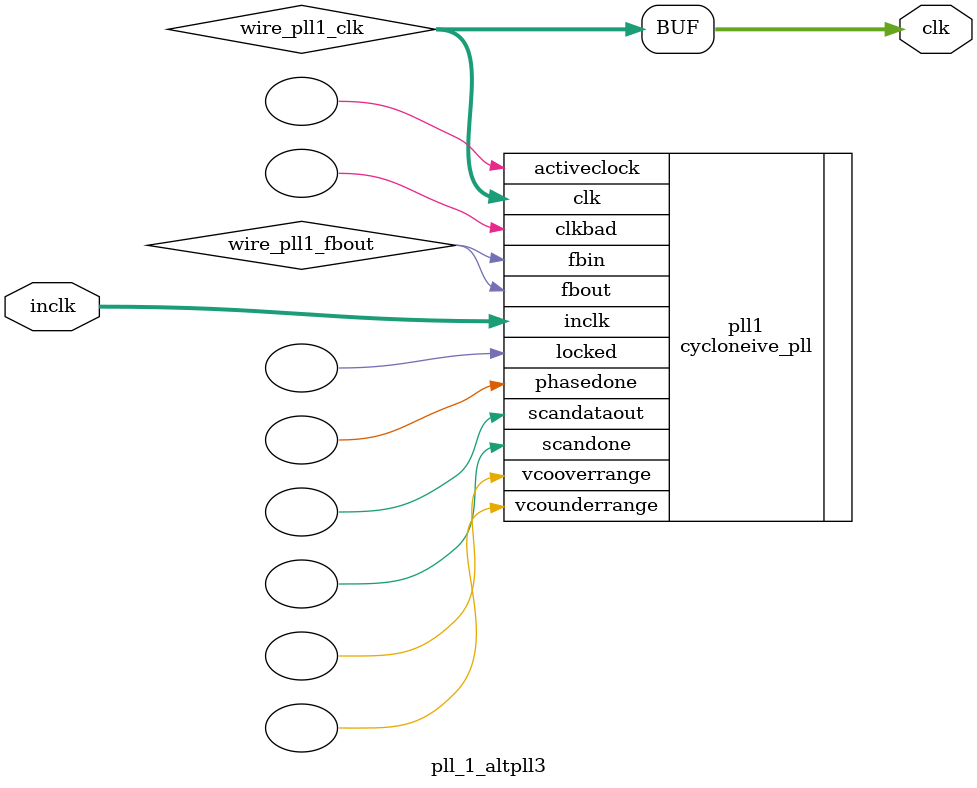
<source format=v>






//synthesis_resources = cycloneive_pll 1 
//synopsys translate_off
`timescale 1 ps / 1 ps
//synopsys translate_on
module  pll_1_altpll3
	( 
	clk,
	inclk) /* synthesis synthesis_clearbox=1 */;
	output   [4:0]  clk;
	input   [1:0]  inclk;
`ifndef ALTERA_RESERVED_QIS
// synopsys translate_off
`endif
	tri0   [1:0]  inclk;
`ifndef ALTERA_RESERVED_QIS
// synopsys translate_on
`endif

	wire  [4:0]   wire_pll1_clk;
	wire  wire_pll1_fbout;

	cycloneive_pll   pll1
	( 
	.activeclock(),
	.clk(wire_pll1_clk),
	.clkbad(),
	.fbin(wire_pll1_fbout),
	.fbout(wire_pll1_fbout),
	.inclk(inclk),
	.locked(),
	.phasedone(),
	.scandataout(),
	.scandone(),
	.vcooverrange(),
	.vcounderrange()
	`ifndef FORMAL_VERIFICATION
	// synopsys translate_off
	`endif
	,
	.areset(1'b0),
	.clkswitch(1'b0),
	.configupdate(1'b0),
	.pfdena(1'b1),
	.phasecounterselect({3{1'b0}}),
	.phasestep(1'b0),
	.phaseupdown(1'b0),
	.scanclk(1'b0),
	.scanclkena(1'b1),
	.scandata(1'b0)
	`ifndef FORMAL_VERIFICATION
	// synopsys translate_on
	`endif
	);
	defparam
		pll1.bandwidth_type = "auto",
		pll1.clk0_divide_by = 1,
		pll1.clk0_duty_cycle = 50,
		pll1.clk0_multiply_by = 1,
		pll1.clk0_phase_shift = "0",
		pll1.clk1_divide_by = 50,
		pll1.clk1_duty_cycle = 50,
		pll1.clk1_multiply_by = 11,
		pll1.clk1_phase_shift = "0",
		pll1.clk2_divide_by = 5,
		pll1.clk2_duty_cycle = 50,
		pll1.clk2_multiply_by = 3,
		pll1.clk2_phase_shift = "0",
		pll1.compensate_clock = "clk0",
		pll1.inclk0_input_frequency = 20000,
		pll1.operation_mode = "normal",
		pll1.pll_type = "auto",
		pll1.lpm_type = "cycloneive_pll";
	assign
		clk = {wire_pll1_clk[4:0]};
endmodule //pll_1_altpll3
//VALID FILE

</source>
